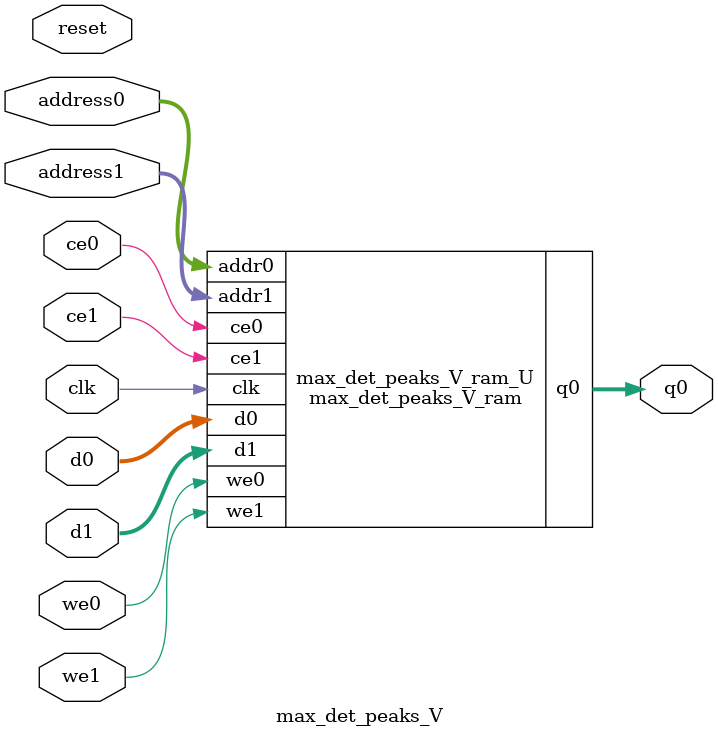
<source format=v>

`timescale 1 ns / 1 ps
module max_det_peaks_V_ram (addr0, ce0, d0, we0, q0, addr1, ce1, d1, we1,  clk);

parameter DWIDTH = 26;
parameter AWIDTH = 4;
parameter MEM_SIZE = 12;

input[AWIDTH-1:0] addr0;
input ce0;
input[DWIDTH-1:0] d0;
input we0;
output reg[DWIDTH-1:0] q0;
input[AWIDTH-1:0] addr1;
input ce1;
input[DWIDTH-1:0] d1;
input we1;
input clk;

(* ram_style = "block" *)reg [DWIDTH-1:0] ram[0:MEM_SIZE-1];




always @(posedge clk)  
begin 
    if (ce0) 
    begin
        if (we0) 
        begin 
            ram[addr0] <= d0; 
            q0 <= d0;
        end 
        else 
            q0 <= ram[addr0];
    end
end


always @(posedge clk)  
begin 
    if (ce1) 
    begin
        if (we1) 
        begin 
            ram[addr1] <= d1; 
        end 
    end
end


endmodule


`timescale 1 ns / 1 ps
module max_det_peaks_V(
    reset,
    clk,
    address0,
    ce0,
    we0,
    d0,
    q0,
    address1,
    ce1,
    we1,
    d1);

parameter DataWidth = 32'd26;
parameter AddressRange = 32'd12;
parameter AddressWidth = 32'd4;
input reset;
input clk;
input[AddressWidth - 1:0] address0;
input ce0;
input we0;
input[DataWidth - 1:0] d0;
output[DataWidth - 1:0] q0;
input[AddressWidth - 1:0] address1;
input ce1;
input we1;
input[DataWidth - 1:0] d1;



max_det_peaks_V_ram max_det_peaks_V_ram_U(
    .clk( clk ),
    .addr0( address0 ),
    .ce0( ce0 ),
    .d0( d0 ),
    .we0( we0 ),
    .q0( q0 ),
    .addr1( address1 ),
    .ce1( ce1 ),
    .d1( d1 ),
    .we1( we1 ));

endmodule


</source>
